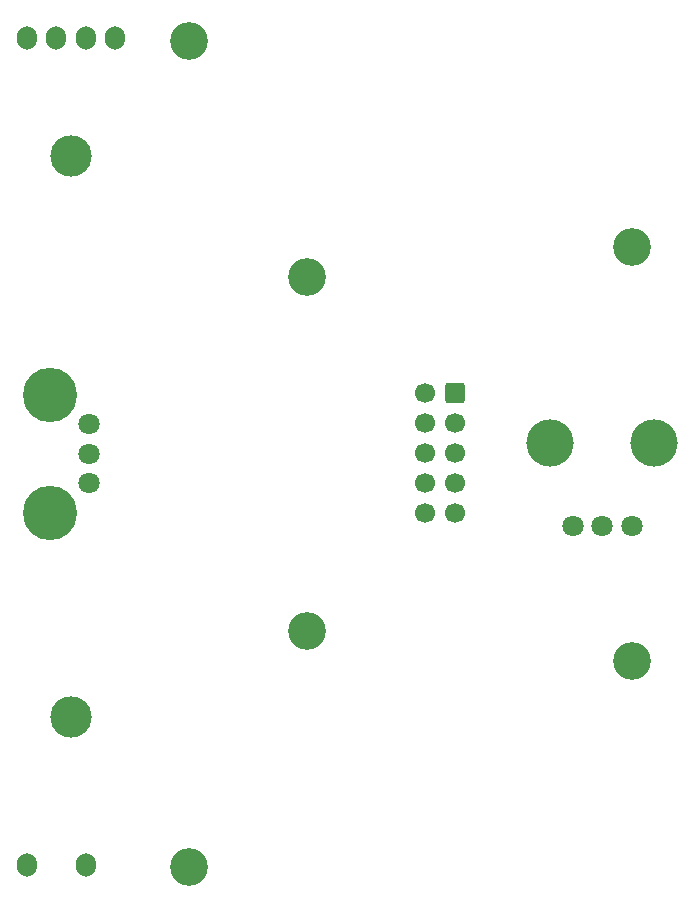
<source format=gbr>
%TF.GenerationSoftware,KiCad,Pcbnew,8.0.8*%
%TF.CreationDate,2025-04-07T16:00:04+02:00*%
%TF.ProjectId,tv25-tbar,74763235-2d74-4626-9172-2e6b69636164,rev?*%
%TF.SameCoordinates,Original*%
%TF.FileFunction,Soldermask,Bot*%
%TF.FilePolarity,Negative*%
%FSLAX46Y46*%
G04 Gerber Fmt 4.6, Leading zero omitted, Abs format (unit mm)*
G04 Created by KiCad (PCBNEW 8.0.8) date 2025-04-07 16:00:04*
%MOMM*%
%LPD*%
G01*
G04 APERTURE LIST*
G04 Aperture macros list*
%AMRoundRect*
0 Rectangle with rounded corners*
0 $1 Rounding radius*
0 $2 $3 $4 $5 $6 $7 $8 $9 X,Y pos of 4 corners*
0 Add a 4 corners polygon primitive as box body*
4,1,4,$2,$3,$4,$5,$6,$7,$8,$9,$2,$3,0*
0 Add four circle primitives for the rounded corners*
1,1,$1+$1,$2,$3*
1,1,$1+$1,$4,$5*
1,1,$1+$1,$6,$7*
1,1,$1+$1,$8,$9*
0 Add four rect primitives between the rounded corners*
20,1,$1+$1,$2,$3,$4,$5,0*
20,1,$1+$1,$4,$5,$6,$7,0*
20,1,$1+$1,$6,$7,$8,$9,0*
20,1,$1+$1,$8,$9,$2,$3,0*%
G04 Aperture macros list end*
%ADD10C,3.200000*%
%ADD11O,1.700000X2.000000*%
%ADD12C,3.500000*%
%ADD13C,4.000000*%
%ADD14C,1.800000*%
%ADD15C,4.600000*%
%ADD16RoundRect,0.250000X0.600000X0.600000X-0.600000X0.600000X-0.600000X-0.600000X0.600000X-0.600000X0*%
%ADD17C,1.700000*%
G04 APERTURE END LIST*
D10*
%TO.C,H6*%
X155000000Y-152500000D03*
%TD*%
%TO.C,H5*%
X155000000Y-117500000D03*
%TD*%
%TO.C,H4*%
X127500000Y-120000000D03*
%TD*%
D11*
%TO.C,RV3*%
X111250000Y-99750000D03*
X108750000Y-99750000D03*
X106250000Y-99750000D03*
X103750000Y-99750000D03*
X108750000Y-169750000D03*
X103750000Y-169750000D03*
D12*
X107500000Y-109750000D03*
X107500000Y-157250000D03*
%TD*%
D13*
%TO.C,RV2*%
X148100000Y-134050000D03*
X156900000Y-134050000D03*
D14*
X155000000Y-141050000D03*
X152500000Y-141050000D03*
X150000000Y-141050000D03*
%TD*%
%TO.C,RV1*%
X109000000Y-132475000D03*
X109000000Y-134975000D03*
X109000000Y-137475000D03*
D15*
X105700000Y-129975000D03*
X105700000Y-139975000D03*
%TD*%
D10*
%TO.C,H2*%
X117500000Y-100000000D03*
%TD*%
%TO.C,H1*%
X117500000Y-170000000D03*
%TD*%
%TO.C,H3*%
X127500000Y-150000000D03*
%TD*%
D16*
%TO.C,J1*%
X140000000Y-129840000D03*
D17*
X137460000Y-129840000D03*
X140000000Y-132380000D03*
X137460000Y-132380000D03*
X140000000Y-134920000D03*
X137460000Y-134920000D03*
X140000000Y-137460000D03*
X137460000Y-137460000D03*
X140000000Y-140000000D03*
X137460000Y-140000000D03*
%TD*%
M02*

</source>
